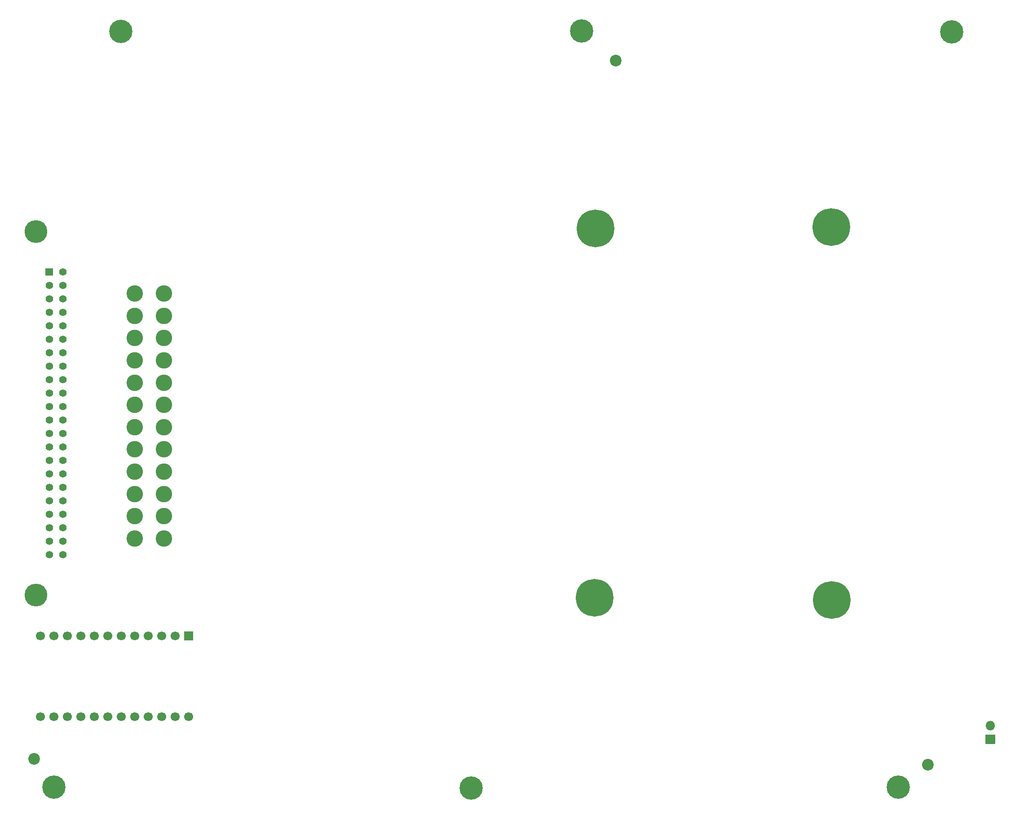
<source format=gbr>
%TF.GenerationSoftware,KiCad,Pcbnew,(5.1.9)-1*%
%TF.CreationDate,2021-07-01T20:44:51-05:00*%
%TF.ProjectId,FM Towns Pico Adapter,464d2054-6f77-46e7-9320-5069636f2041,rev?*%
%TF.SameCoordinates,Original*%
%TF.FileFunction,Soldermask,Top*%
%TF.FilePolarity,Negative*%
%FSLAX46Y46*%
G04 Gerber Fmt 4.6, Leading zero omitted, Abs format (unit mm)*
G04 Created by KiCad (PCBNEW (5.1.9)-1) date 2021-07-01 20:44:51*
%MOMM*%
%LPD*%
G01*
G04 APERTURE LIST*
%ADD10C,7.100000*%
%ADD11C,0.900000*%
%ADD12C,1.700000*%
%ADD13C,2.200000*%
%ADD14C,4.400000*%
%ADD15O,1.800000X1.800000*%
%ADD16C,3.103200*%
%ADD17C,4.300000*%
%ADD18C,1.400000*%
G04 APERTURE END LIST*
D10*
%TO.C,PAD2*%
X149523500Y-133373000D03*
D11*
X149523500Y-130748000D03*
X151379655Y-131516845D03*
X152148500Y-133373000D03*
X151379655Y-135229155D03*
X149523500Y-135998000D03*
X147667345Y-135229155D03*
X146898500Y-133373000D03*
X147667345Y-131516845D03*
%TD*%
D10*
%TO.C,PAD1*%
X194227500Y-133817500D03*
D11*
X194227500Y-131192500D03*
X196083655Y-131961345D03*
X196852500Y-133817500D03*
X196083655Y-135673655D03*
X194227500Y-136442500D03*
X192371345Y-135673655D03*
X191602500Y-133817500D03*
X192371345Y-131961345D03*
%TD*%
D10*
%TO.C,PAD3*%
X149714000Y-63713500D03*
D11*
X149714000Y-61088500D03*
X151570155Y-61857345D03*
X152339000Y-63713500D03*
X151570155Y-65569655D03*
X149714000Y-66338500D03*
X147857845Y-65569655D03*
X147089000Y-63713500D03*
X147857845Y-61857345D03*
%TD*%
D10*
%TO.C,PAD4*%
X194164000Y-63459500D03*
D11*
X194164000Y-60834500D03*
X196020155Y-61603345D03*
X196789000Y-63459500D03*
X196020155Y-65315655D03*
X194164000Y-66084500D03*
X192307845Y-65315655D03*
X191539000Y-63459500D03*
X192307845Y-61603345D03*
%TD*%
D12*
%TO.C,U1*%
X72993160Y-155795960D03*
X70453160Y-155795960D03*
X67913160Y-155795960D03*
X65373160Y-155795960D03*
X62833160Y-155795960D03*
X60293160Y-155795960D03*
X57753160Y-155795960D03*
X55213160Y-155795960D03*
X52673160Y-155795960D03*
X50133160Y-155795960D03*
X47593160Y-155795960D03*
X45053160Y-155795960D03*
X45053160Y-140555960D03*
X47593160Y-140555960D03*
X50133160Y-140555960D03*
X52673160Y-140555960D03*
X55213160Y-140555960D03*
X57753160Y-140555960D03*
X60293160Y-140555960D03*
X62833160Y-140555960D03*
X65373160Y-140555960D03*
X67913160Y-140555960D03*
X70453160Y-140555960D03*
G36*
G01*
X73843160Y-139755960D02*
X73843160Y-141355960D01*
G75*
G02*
X73793160Y-141405960I-50000J0D01*
G01*
X72193160Y-141405960D01*
G75*
G02*
X72143160Y-141355960I0J50000D01*
G01*
X72143160Y-139755960D01*
G75*
G02*
X72193160Y-139705960I50000J0D01*
G01*
X73793160Y-139705960D01*
G75*
G02*
X73843160Y-139755960I0J-50000D01*
G01*
G37*
%TD*%
D13*
%TO.C,REF\u002A\u002A*%
X153543000Y-32039560D03*
%TD*%
D14*
%TO.C,REF\u002A\u002A*%
X147081240Y-26421080D03*
%TD*%
%TO.C,REF\u002A\u002A*%
X216890600Y-26614120D03*
%TD*%
%TO.C,REF\u002A\u002A*%
X60264040Y-26507440D03*
%TD*%
D13*
%TO.C,REF\u002A\u002A*%
X212344000Y-164871400D03*
%TD*%
D14*
%TO.C,REF\u002A\u002A*%
X206756000Y-169077640D03*
%TD*%
%TO.C,REF\u002A\u002A*%
X126278640Y-169214800D03*
%TD*%
%TO.C,REF\u002A\u002A*%
X47598280Y-169108840D03*
%TD*%
D13*
%TO.C,REF\u002A\u002A*%
X43848280Y-163778840D03*
%TD*%
D15*
%TO.C,STOCK_FAN*%
X224140000Y-157510000D03*
G36*
G01*
X225040000Y-159200000D02*
X225040000Y-160900000D01*
G75*
G02*
X224990000Y-160950000I-50000J0D01*
G01*
X223290000Y-160950000D01*
G75*
G02*
X223240000Y-160900000I0J50000D01*
G01*
X223240000Y-159200000D01*
G75*
G02*
X223290000Y-159150000I50000J0D01*
G01*
X224990000Y-159150000D01*
G75*
G02*
X225040000Y-159200000I0J-50000D01*
G01*
G37*
%TD*%
D16*
%TO.C,J1*%
X62857140Y-122170600D03*
X62857140Y-117970600D03*
X62857140Y-113770600D03*
X62857140Y-109570600D03*
X62857140Y-105370600D03*
X62857140Y-101170600D03*
X62857140Y-96970600D03*
X62857140Y-92770600D03*
X62857140Y-88570600D03*
X62857140Y-84370600D03*
X62857140Y-80170600D03*
X62857140Y-75970600D03*
X68357140Y-122170600D03*
X68357140Y-117970600D03*
X68357140Y-113770600D03*
X68357140Y-109570600D03*
X68357140Y-105370600D03*
X68357140Y-101170600D03*
X68357140Y-96970600D03*
X68357140Y-92770600D03*
X68357140Y-88570600D03*
X68357140Y-84370600D03*
X68357140Y-80170600D03*
X68357140Y-75970600D03*
%TD*%
D17*
%TO.C,J2*%
X44196000Y-132842000D03*
X44196000Y-64262000D03*
D18*
X49276000Y-125222000D03*
X49276000Y-122682000D03*
X49276000Y-120142000D03*
X49276000Y-117602000D03*
X49276000Y-115062000D03*
X49276000Y-112522000D03*
X49276000Y-109982000D03*
X49276000Y-107442000D03*
X49276000Y-104902000D03*
X49276000Y-102362000D03*
X49276000Y-99822000D03*
X49276000Y-97282000D03*
X49276000Y-94742000D03*
X49276000Y-92202000D03*
X49276000Y-89662000D03*
X49276000Y-87122000D03*
X49276000Y-84582000D03*
X49276000Y-82042000D03*
X49276000Y-79502000D03*
X49276000Y-76962000D03*
X49276000Y-74422000D03*
X49276000Y-71882000D03*
X46736000Y-125222000D03*
X46736000Y-122682000D03*
X46736000Y-120142000D03*
X46736000Y-117602000D03*
X46736000Y-115062000D03*
X46736000Y-112522000D03*
X46736000Y-109982000D03*
X46736000Y-107442000D03*
X46736000Y-104902000D03*
X46736000Y-102362000D03*
X46736000Y-99822000D03*
X46736000Y-97282000D03*
X46736000Y-94742000D03*
X46736000Y-92202000D03*
X46736000Y-89662000D03*
X46736000Y-87122000D03*
X46736000Y-84582000D03*
X46736000Y-82042000D03*
X46736000Y-79502000D03*
X46736000Y-76962000D03*
X46736000Y-74422000D03*
G36*
G01*
X46036000Y-72532000D02*
X46036000Y-71232000D01*
G75*
G02*
X46086000Y-71182000I50000J0D01*
G01*
X47386000Y-71182000D01*
G75*
G02*
X47436000Y-71232000I0J-50000D01*
G01*
X47436000Y-72532000D01*
G75*
G02*
X47386000Y-72582000I-50000J0D01*
G01*
X46086000Y-72582000D01*
G75*
G02*
X46036000Y-72532000I0J50000D01*
G01*
G37*
%TD*%
M02*

</source>
